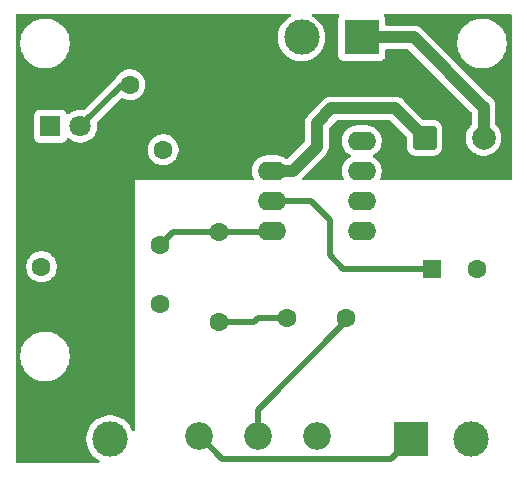
<source format=gbr>
%TF.GenerationSoftware,KiCad,Pcbnew,9.0.4*%
%TF.CreationDate,2025-08-29T10:18:42+02:00*%
%TF.ProjectId,TDA7267,54444137-3236-4372-9e6b-696361645f70,rev?*%
%TF.SameCoordinates,Original*%
%TF.FileFunction,Copper,L2,Bot*%
%TF.FilePolarity,Positive*%
%FSLAX46Y46*%
G04 Gerber Fmt 4.6, Leading zero omitted, Abs format (unit mm)*
G04 Created by KiCad (PCBNEW 9.0.4) date 2025-08-29 10:18:42*
%MOMM*%
%LPD*%
G01*
G04 APERTURE LIST*
G04 Aperture macros list*
%AMRoundRect*
0 Rectangle with rounded corners*
0 $1 Rounding radius*
0 $2 $3 $4 $5 $6 $7 $8 $9 X,Y pos of 4 corners*
0 Add a 4 corners polygon primitive as box body*
4,1,4,$2,$3,$4,$5,$6,$7,$8,$9,$2,$3,0*
0 Add four circle primitives for the rounded corners*
1,1,$1+$1,$2,$3*
1,1,$1+$1,$4,$5*
1,1,$1+$1,$6,$7*
1,1,$1+$1,$8,$9*
0 Add four rect primitives between the rounded corners*
20,1,$1+$1,$2,$3,$4,$5,0*
20,1,$1+$1,$4,$5,$6,$7,0*
20,1,$1+$1,$6,$7,$8,$9,0*
20,1,$1+$1,$8,$9,$2,$3,0*%
G04 Aperture macros list end*
%TA.AperFunction,ComponentPad*%
%ADD10C,1.600000*%
%TD*%
%TA.AperFunction,ComponentPad*%
%ADD11R,3.000000X3.000000*%
%TD*%
%TA.AperFunction,ComponentPad*%
%ADD12C,3.000000*%
%TD*%
%TA.AperFunction,ComponentPad*%
%ADD13R,1.800000X1.800000*%
%TD*%
%TA.AperFunction,ComponentPad*%
%ADD14C,1.800000*%
%TD*%
%TA.AperFunction,ComponentPad*%
%ADD15RoundRect,0.250000X-0.950000X-0.550000X0.950000X-0.550000X0.950000X0.550000X-0.950000X0.550000X0*%
%TD*%
%TA.AperFunction,ComponentPad*%
%ADD16O,2.400000X1.600000*%
%TD*%
%TA.AperFunction,ComponentPad*%
%ADD17RoundRect,0.250000X-0.550000X-0.550000X0.550000X-0.550000X0.550000X0.550000X-0.550000X0.550000X0*%
%TD*%
%TA.AperFunction,ComponentPad*%
%ADD18RoundRect,0.250000X-0.750000X-0.750000X0.750000X-0.750000X0.750000X0.750000X-0.750000X0.750000X0*%
%TD*%
%TA.AperFunction,ComponentPad*%
%ADD19C,2.000000*%
%TD*%
%TA.AperFunction,ComponentPad*%
%ADD20RoundRect,0.250000X0.550000X0.550000X-0.550000X0.550000X-0.550000X-0.550000X0.550000X-0.550000X0*%
%TD*%
%TA.AperFunction,ComponentPad*%
%ADD21C,2.340000*%
%TD*%
%TA.AperFunction,Conductor*%
%ADD22C,1.000000*%
%TD*%
%TA.AperFunction,Conductor*%
%ADD23C,0.500000*%
%TD*%
G04 APERTURE END LIST*
D10*
%TO.P,C3,1*%
%TO.N,GND*%
X141700000Y-103560000D03*
%TO.P,C3,2*%
%TO.N,Net-(U1-In)*%
X141700000Y-98560000D03*
%TD*%
D11*
%TO.P,IN1,1,Pin_1*%
%TO.N,Net-(IN1-Pin_1)*%
X162960000Y-115000000D03*
D12*
%TO.P,IN1,2,Pin_2*%
%TO.N,GND*%
X168040000Y-115000000D03*
%TD*%
D10*
%TO.P,R1,1*%
%TO.N,Net-(C1-Pad2)*%
X146700000Y-105060000D03*
%TO.P,R1,2*%
%TO.N,Net-(U1-In)*%
X146700000Y-97440000D03*
%TD*%
D13*
%TO.P,D1,1,K*%
%TO.N,GND*%
X132460000Y-88500000D03*
D14*
%TO.P,D1,2,A*%
%TO.N,Net-(D1-A)*%
X135000000Y-88500000D03*
%TD*%
D11*
%TO.P,OUT1,1,Pin_1*%
%TO.N,Net-(OUT1-Pin_1)*%
X158800000Y-81000000D03*
D12*
%TO.P,OUT1,2,Pin_2*%
%TO.N,GND*%
X153720000Y-81000000D03*
%TD*%
D10*
%TO.P,C5,1*%
%TO.N,GND*%
X142000000Y-90500000D03*
%TO.P,C5,2*%
%TO.N,Net-(U1-V+)*%
X147000000Y-90500000D03*
%TD*%
%TO.P,C1,1*%
%TO.N,Net-(C1-Pad1)*%
X157500000Y-104750000D03*
%TO.P,C1,2*%
%TO.N,Net-(C1-Pad2)*%
X152500000Y-104750000D03*
%TD*%
D15*
%TO.P,U1,1,V+*%
%TO.N,Net-(U1-V+)*%
X151190000Y-89750000D03*
D16*
%TO.P,U1,2,Out*%
%TO.N,Net-(U1-Out)*%
X151190000Y-92290000D03*
%TO.P,U1,3,SRV*%
%TO.N,Net-(U1-SRV)*%
X151190000Y-94830000D03*
%TO.P,U1,4,In*%
%TO.N,Net-(U1-In)*%
X151190000Y-97370000D03*
%TO.P,U1,5,GND*%
%TO.N,GND*%
X158810000Y-97370000D03*
%TO.P,U1,6,GND*%
X158810000Y-94830000D03*
%TO.P,U1,7,GND*%
X158810000Y-92290000D03*
%TO.P,U1,8,GND*%
X158810000Y-89750000D03*
%TD*%
D10*
%TO.P,R2,1*%
%TO.N,Net-(D1-A)*%
X139190000Y-85000000D03*
%TO.P,R2,2*%
%TO.N,Net-(U1-V+)*%
X146810000Y-85000000D03*
%TD*%
D11*
%TO.P,VCC1,1,Pin_1*%
%TO.N,Net-(U1-V+)*%
X132420000Y-115000000D03*
D12*
%TO.P,VCC1,2,Pin_2*%
%TO.N,GND*%
X137500000Y-115000000D03*
%TD*%
D17*
%TO.P,C2,1*%
%TO.N,Net-(U1-SRV)*%
X164750000Y-100600000D03*
D10*
%TO.P,C2,2*%
%TO.N,GND*%
X168550000Y-100600000D03*
%TD*%
D18*
%TO.P,C6,1*%
%TO.N,Net-(U1-Out)*%
X164132323Y-89500000D03*
D19*
%TO.P,C6,2*%
%TO.N,Net-(OUT1-Pin_1)*%
X169132323Y-89500000D03*
%TD*%
D20*
%TO.P,C4,1*%
%TO.N,Net-(U1-V+)*%
X135500000Y-100400000D03*
D10*
%TO.P,C4,2*%
%TO.N,GND*%
X131700000Y-100400000D03*
%TD*%
D21*
%TO.P,RV1,1,1*%
%TO.N,Net-(IN1-Pin_1)*%
X145000000Y-114750000D03*
%TO.P,RV1,2,2*%
%TO.N,Net-(C1-Pad1)*%
X150000000Y-114750000D03*
%TO.P,RV1,3,3*%
%TO.N,GND*%
X155000000Y-114750000D03*
%TD*%
D22*
%TO.N,Net-(OUT1-Pin_1)*%
X163224562Y-81000000D02*
X158800000Y-81000000D01*
D23*
%TO.N,Net-(C1-Pad2)*%
X150000000Y-104750000D02*
X152500000Y-104750000D01*
X149690000Y-105060000D02*
X150000000Y-104750000D01*
X146700000Y-105060000D02*
X149690000Y-105060000D01*
%TO.N,Net-(C1-Pad1)*%
X157500000Y-105000000D02*
X150000000Y-112500000D01*
X150000000Y-112500000D02*
X150000000Y-114750000D01*
X157500000Y-104750000D02*
X157500000Y-105000000D01*
%TO.N,Net-(U1-SRV)*%
X154480000Y-94830000D02*
X156100000Y-96450000D01*
X157250000Y-100600000D02*
X156100000Y-99450000D01*
X164750000Y-100600000D02*
X157250000Y-100600000D01*
X156100000Y-96450000D02*
X156100000Y-99450000D01*
X151190000Y-94830000D02*
X154480000Y-94830000D01*
%TO.N,Net-(U1-In)*%
X143100000Y-97450000D02*
X143110000Y-97440000D01*
X142820000Y-97440000D02*
X141700000Y-98560000D01*
X143110000Y-97440000D02*
X142820000Y-97440000D01*
X143110000Y-97440000D02*
X146500000Y-97440000D01*
X146500000Y-97440000D02*
X151120000Y-97440000D01*
X151120000Y-97440000D02*
X151190000Y-97370000D01*
D22*
%TO.N,Net-(U1-Out)*%
X152960000Y-92290000D02*
X155000000Y-90250000D01*
X151190000Y-92290000D02*
X152960000Y-92290000D01*
X155000000Y-88250000D02*
X156250000Y-87000000D01*
X155000000Y-90250000D02*
X155000000Y-88250000D01*
X161632323Y-87000000D02*
X164132323Y-89500000D01*
X156250000Y-87000000D02*
X161632323Y-87000000D01*
%TO.N,Net-(OUT1-Pin_1)*%
X169132323Y-86860773D02*
X169085335Y-86860773D01*
X169085335Y-86860773D02*
X163224562Y-81000000D01*
X169132323Y-89500000D02*
X169132323Y-86860773D01*
D23*
%TO.N,Net-(D1-A)*%
X135000000Y-88500000D02*
X138500000Y-85000000D01*
X138500000Y-85000000D02*
X139190000Y-85000000D01*
%TO.N,Net-(IN1-Pin_1)*%
X161289000Y-116671000D02*
X147021000Y-116671000D01*
X162960000Y-115000000D02*
X161289000Y-116671000D01*
X147021000Y-116671000D02*
X145000000Y-114650000D01*
%TD*%
%TA.AperFunction,Conductor*%
%TO.N,Net-(U1-V+)*%
G36*
X152786501Y-79020185D02*
G01*
X152832256Y-79072989D01*
X152842200Y-79142147D01*
X152813175Y-79205703D01*
X152781462Y-79231887D01*
X152606196Y-79333075D01*
X152398148Y-79492718D01*
X152212718Y-79678148D01*
X152053075Y-79886196D01*
X151921958Y-80113299D01*
X151921953Y-80113309D01*
X151821605Y-80355571D01*
X151821602Y-80355581D01*
X151764423Y-80568979D01*
X151753730Y-80608885D01*
X151719500Y-80868872D01*
X151719500Y-81131127D01*
X151746123Y-81333339D01*
X151753730Y-81391116D01*
X151821602Y-81644418D01*
X151821605Y-81644428D01*
X151921953Y-81886690D01*
X151921958Y-81886700D01*
X152053075Y-82113803D01*
X152212718Y-82321851D01*
X152212726Y-82321860D01*
X152398140Y-82507274D01*
X152398148Y-82507281D01*
X152606196Y-82666924D01*
X152833299Y-82798041D01*
X152833309Y-82798046D01*
X153050299Y-82887926D01*
X153075581Y-82898398D01*
X153328884Y-82966270D01*
X153577188Y-82998960D01*
X153588864Y-83000498D01*
X153588880Y-83000500D01*
X153588887Y-83000500D01*
X153851113Y-83000500D01*
X153851120Y-83000500D01*
X154111116Y-82966270D01*
X154364419Y-82898398D01*
X154606697Y-82798043D01*
X154833803Y-82666924D01*
X155041851Y-82507282D01*
X155041855Y-82507277D01*
X155041860Y-82507274D01*
X155227274Y-82321860D01*
X155227277Y-82321855D01*
X155227282Y-82321851D01*
X155386924Y-82113803D01*
X155518043Y-81886697D01*
X155618398Y-81644419D01*
X155686270Y-81391116D01*
X155720500Y-81131120D01*
X155720500Y-80868880D01*
X155686270Y-80608884D01*
X155618398Y-80355581D01*
X155608016Y-80330516D01*
X155518046Y-80113309D01*
X155518041Y-80113299D01*
X155386924Y-79886196D01*
X155227281Y-79678148D01*
X155227274Y-79678140D01*
X155041860Y-79492726D01*
X155041851Y-79492718D01*
X154833803Y-79333075D01*
X154658538Y-79231887D01*
X154610323Y-79181320D01*
X154597099Y-79112713D01*
X154623067Y-79047849D01*
X154679981Y-79007320D01*
X154720538Y-79000500D01*
X156800999Y-79000500D01*
X156868038Y-79020185D01*
X156913793Y-79072989D01*
X156923737Y-79142147D01*
X156900265Y-79198810D01*
X156895106Y-79205703D01*
X156856204Y-79257668D01*
X156856202Y-79257671D01*
X156805908Y-79392517D01*
X156801294Y-79435438D01*
X156799501Y-79452123D01*
X156799500Y-79452135D01*
X156799500Y-82547870D01*
X156799501Y-82547876D01*
X156805908Y-82607483D01*
X156856202Y-82742328D01*
X156856206Y-82742335D01*
X156942452Y-82857544D01*
X156942455Y-82857547D01*
X157057664Y-82943793D01*
X157057671Y-82943797D01*
X157192517Y-82994091D01*
X157192516Y-82994091D01*
X157199444Y-82994835D01*
X157252127Y-83000500D01*
X160347872Y-83000499D01*
X160407483Y-82994091D01*
X160542331Y-82943796D01*
X160657546Y-82857546D01*
X160743796Y-82742331D01*
X160794091Y-82607483D01*
X160800500Y-82547873D01*
X160800500Y-82124500D01*
X160820185Y-82057461D01*
X160872989Y-82011706D01*
X160924500Y-82000500D01*
X162758780Y-82000500D01*
X162825819Y-82020185D01*
X162846461Y-82036819D01*
X168095504Y-87285862D01*
X168128989Y-87347185D01*
X168131823Y-87373543D01*
X168131823Y-88327111D01*
X168112138Y-88394150D01*
X168095504Y-88414792D01*
X167987808Y-88522487D01*
X167987808Y-88522488D01*
X167987806Y-88522490D01*
X167971611Y-88544781D01*
X167848980Y-88713566D01*
X167741756Y-88924003D01*
X167668769Y-89148631D01*
X167631823Y-89381902D01*
X167631823Y-89618097D01*
X167668769Y-89851368D01*
X167741756Y-90075996D01*
X167848980Y-90286433D01*
X167987806Y-90477510D01*
X168154813Y-90644517D01*
X168345890Y-90783343D01*
X168387480Y-90804534D01*
X168556326Y-90890566D01*
X168556328Y-90890566D01*
X168556331Y-90890568D01*
X168614644Y-90909515D01*
X168780954Y-90963553D01*
X169014226Y-91000500D01*
X169014231Y-91000500D01*
X169250420Y-91000500D01*
X169483691Y-90963553D01*
X169529850Y-90948555D01*
X169708315Y-90890568D01*
X169918756Y-90783343D01*
X170109833Y-90644517D01*
X170276840Y-90477510D01*
X170415666Y-90286433D01*
X170522891Y-90075992D01*
X170595876Y-89851368D01*
X170610736Y-89757544D01*
X170632823Y-89618097D01*
X170632823Y-89381902D01*
X170595876Y-89148631D01*
X170522889Y-88924003D01*
X170438320Y-88758028D01*
X170415666Y-88713567D01*
X170276840Y-88522490D01*
X170169142Y-88414792D01*
X170135657Y-88353469D01*
X170132823Y-88327111D01*
X170132823Y-86762229D01*
X170094375Y-86568943D01*
X170094374Y-86568942D01*
X170094374Y-86568938D01*
X170094372Y-86568933D01*
X170018958Y-86386865D01*
X170018951Y-86386852D01*
X169909462Y-86222991D01*
X169909459Y-86222987D01*
X169770108Y-86083636D01*
X169770104Y-86083633D01*
X169638651Y-85995799D01*
X169619861Y-85980378D01*
X167371005Y-83731522D01*
X165001814Y-81362332D01*
X166899500Y-81362332D01*
X166899500Y-81637667D01*
X166899501Y-81637684D01*
X166935438Y-81910655D01*
X166935439Y-81910660D01*
X166935440Y-81910666D01*
X166964785Y-82020185D01*
X167006704Y-82176630D01*
X167112075Y-82431017D01*
X167112080Y-82431028D01*
X167179543Y-82547876D01*
X167249751Y-82669479D01*
X167249753Y-82669482D01*
X167249754Y-82669483D01*
X167417370Y-82887926D01*
X167417376Y-82887933D01*
X167612066Y-83082623D01*
X167612072Y-83082628D01*
X167830521Y-83250249D01*
X167983778Y-83338732D01*
X168068971Y-83387919D01*
X168068976Y-83387921D01*
X168068979Y-83387923D01*
X168323368Y-83493295D01*
X168589334Y-83564560D01*
X168862326Y-83600500D01*
X168862333Y-83600500D01*
X169137667Y-83600500D01*
X169137674Y-83600500D01*
X169410666Y-83564560D01*
X169676632Y-83493295D01*
X169931021Y-83387923D01*
X170169479Y-83250249D01*
X170387928Y-83082628D01*
X170582628Y-82887928D01*
X170750249Y-82669479D01*
X170887923Y-82431021D01*
X170993295Y-82176632D01*
X171064560Y-81910666D01*
X171100500Y-81637674D01*
X171100500Y-81362326D01*
X171064560Y-81089334D01*
X170993295Y-80823368D01*
X170887923Y-80568979D01*
X170887921Y-80568976D01*
X170887919Y-80568971D01*
X170838732Y-80483778D01*
X170750249Y-80330521D01*
X170583625Y-80113371D01*
X170582629Y-80112073D01*
X170582623Y-80112066D01*
X170387933Y-79917376D01*
X170387926Y-79917370D01*
X170169483Y-79749754D01*
X170169482Y-79749753D01*
X170169479Y-79749751D01*
X170045461Y-79678149D01*
X169931028Y-79612080D01*
X169931017Y-79612075D01*
X169676630Y-79506704D01*
X169543649Y-79471072D01*
X169410666Y-79435440D01*
X169410660Y-79435439D01*
X169410655Y-79435438D01*
X169137684Y-79399501D01*
X169137679Y-79399500D01*
X169137674Y-79399500D01*
X168862326Y-79399500D01*
X168862320Y-79399500D01*
X168862315Y-79399501D01*
X168589344Y-79435438D01*
X168589337Y-79435439D01*
X168589334Y-79435440D01*
X168533125Y-79450500D01*
X168323369Y-79506704D01*
X168068982Y-79612075D01*
X168068971Y-79612080D01*
X167830516Y-79749754D01*
X167612073Y-79917370D01*
X167612066Y-79917376D01*
X167417376Y-80112066D01*
X167417370Y-80112073D01*
X167249754Y-80330516D01*
X167112080Y-80568971D01*
X167112075Y-80568982D01*
X167006704Y-80823369D01*
X166935441Y-81089331D01*
X166935438Y-81089344D01*
X166899501Y-81362315D01*
X166899500Y-81362332D01*
X165001814Y-81362332D01*
X164008770Y-80369288D01*
X164008768Y-80369285D01*
X164008768Y-80369286D01*
X164001701Y-80362219D01*
X164001701Y-80362218D01*
X163862344Y-80222861D01*
X163862343Y-80222860D01*
X163862342Y-80222859D01*
X163698482Y-80113371D01*
X163698473Y-80113366D01*
X163625877Y-80083296D01*
X163569727Y-80060038D01*
X163516398Y-80037949D01*
X163516394Y-80037948D01*
X163516390Y-80037946D01*
X163419750Y-80018724D01*
X163323106Y-79999500D01*
X163323103Y-79999500D01*
X160924499Y-79999500D01*
X160857460Y-79979815D01*
X160811705Y-79927011D01*
X160800499Y-79875500D01*
X160800499Y-79452129D01*
X160800498Y-79452123D01*
X160800497Y-79452116D01*
X160794091Y-79392517D01*
X160743796Y-79257669D01*
X160699734Y-79198810D01*
X160675317Y-79133348D01*
X160690168Y-79065075D01*
X160739573Y-79015669D01*
X160799001Y-79000500D01*
X171375500Y-79000500D01*
X171442539Y-79020185D01*
X171488294Y-79072989D01*
X171499500Y-79124500D01*
X171499500Y-92976000D01*
X171479815Y-93043039D01*
X171427011Y-93088794D01*
X171375500Y-93100000D01*
X160459219Y-93100000D01*
X160392180Y-93080315D01*
X160346425Y-93027511D01*
X160336481Y-92958353D01*
X160348734Y-92919705D01*
X160415218Y-92789223D01*
X160415218Y-92789222D01*
X160415220Y-92789219D01*
X160478477Y-92594534D01*
X160510500Y-92392352D01*
X160510500Y-92187648D01*
X160478477Y-91985466D01*
X160415220Y-91790781D01*
X160415218Y-91790778D01*
X160415218Y-91790776D01*
X160371623Y-91705218D01*
X160322287Y-91608390D01*
X160314556Y-91597749D01*
X160201971Y-91442786D01*
X160057213Y-91298028D01*
X159891614Y-91177715D01*
X159885006Y-91174348D01*
X159798917Y-91130483D01*
X159748123Y-91082511D01*
X159731328Y-91014690D01*
X159753865Y-90948555D01*
X159798917Y-90909516D01*
X159891610Y-90862287D01*
X159971101Y-90804534D01*
X160057213Y-90741971D01*
X160057215Y-90741968D01*
X160057219Y-90741966D01*
X160201966Y-90597219D01*
X160201968Y-90597215D01*
X160201971Y-90597213D01*
X160254732Y-90524590D01*
X160322287Y-90431610D01*
X160415220Y-90249219D01*
X160478477Y-90054534D01*
X160510500Y-89852352D01*
X160510500Y-89647648D01*
X160488142Y-89506486D01*
X160478477Y-89445465D01*
X160415218Y-89250776D01*
X160363172Y-89148631D01*
X160322287Y-89068390D01*
X160299919Y-89037603D01*
X160201971Y-88902786D01*
X160057213Y-88758028D01*
X159891613Y-88637715D01*
X159891612Y-88637714D01*
X159891610Y-88637713D01*
X159812099Y-88597200D01*
X159709223Y-88544781D01*
X159514534Y-88481522D01*
X159339995Y-88453878D01*
X159312352Y-88449500D01*
X158307648Y-88449500D01*
X158283329Y-88453351D01*
X158105465Y-88481522D01*
X157910776Y-88544781D01*
X157728386Y-88637715D01*
X157562786Y-88758028D01*
X157418028Y-88902786D01*
X157297715Y-89068386D01*
X157204781Y-89250776D01*
X157141522Y-89445465D01*
X157109500Y-89647648D01*
X157109500Y-89852351D01*
X157141522Y-90054534D01*
X157204781Y-90249223D01*
X157268691Y-90374653D01*
X157280408Y-90397648D01*
X157297715Y-90431613D01*
X157418028Y-90597213D01*
X157562786Y-90741971D01*
X157701444Y-90842710D01*
X157728390Y-90862287D01*
X157778431Y-90887784D01*
X157821080Y-90909515D01*
X157871876Y-90957490D01*
X157888671Y-91025311D01*
X157866134Y-91091446D01*
X157821080Y-91130485D01*
X157728386Y-91177715D01*
X157562786Y-91298028D01*
X157418028Y-91442786D01*
X157297715Y-91608386D01*
X157204781Y-91790776D01*
X157141522Y-91985465D01*
X157109500Y-92187648D01*
X157109500Y-92392351D01*
X157141522Y-92594534D01*
X157204781Y-92789223D01*
X157271266Y-92919705D01*
X157284162Y-92988374D01*
X157257886Y-93053115D01*
X157200779Y-93093372D01*
X157160781Y-93100000D01*
X153864281Y-93100000D01*
X153797242Y-93080315D01*
X153751487Y-93027511D01*
X153741543Y-92958353D01*
X153770568Y-92894797D01*
X153776600Y-92888319D01*
X154272568Y-92392352D01*
X155777140Y-90887781D01*
X155886632Y-90723914D01*
X155962052Y-90541835D01*
X156000500Y-90348540D01*
X156000500Y-90151459D01*
X156000500Y-88715782D01*
X156020185Y-88648743D01*
X156036819Y-88628101D01*
X156628101Y-88036819D01*
X156689424Y-88003334D01*
X156715782Y-88000500D01*
X161166541Y-88000500D01*
X161233580Y-88020185D01*
X161254222Y-88036819D01*
X162595504Y-89378101D01*
X162628989Y-89439424D01*
X162631823Y-89465782D01*
X162631823Y-90300001D01*
X162631824Y-90300019D01*
X162642323Y-90402796D01*
X162642324Y-90402799D01*
X162697508Y-90569331D01*
X162697510Y-90569336D01*
X162732392Y-90625888D01*
X162789611Y-90718656D01*
X162913667Y-90842712D01*
X163062989Y-90934814D01*
X163229526Y-90989999D01*
X163332314Y-91000500D01*
X164932331Y-91000499D01*
X164944862Y-90999219D01*
X164950218Y-90998671D01*
X165035120Y-90989999D01*
X165201657Y-90934814D01*
X165350979Y-90842712D01*
X165475035Y-90718656D01*
X165567137Y-90569334D01*
X165622322Y-90402797D01*
X165632823Y-90300009D01*
X165632822Y-88699992D01*
X165622322Y-88597203D01*
X165567137Y-88430666D01*
X165475035Y-88281344D01*
X165350979Y-88157288D01*
X165201657Y-88065186D01*
X165035120Y-88010001D01*
X165035118Y-88010000D01*
X164932339Y-87999500D01*
X164932332Y-87999500D01*
X164098105Y-87999500D01*
X164031066Y-87979815D01*
X164010424Y-87963181D01*
X162413802Y-86366559D01*
X162413782Y-86366537D01*
X162270108Y-86222863D01*
X162270104Y-86222860D01*
X162106243Y-86113371D01*
X162106234Y-86113366D01*
X162033638Y-86083296D01*
X161977488Y-86060038D01*
X161924159Y-86037949D01*
X161924155Y-86037948D01*
X161924151Y-86037946D01*
X161827511Y-86018724D01*
X161730867Y-85999500D01*
X161730864Y-85999500D01*
X156151459Y-85999500D01*
X156151455Y-85999500D01*
X156054812Y-86018724D01*
X155958167Y-86037947D01*
X155958161Y-86037949D01*
X155904834Y-86060037D01*
X155904834Y-86060038D01*
X155859315Y-86078892D01*
X155776089Y-86113366D01*
X155776079Y-86113371D01*
X155612219Y-86222859D01*
X155566602Y-86268477D01*
X155472861Y-86362218D01*
X155472858Y-86362221D01*
X154362221Y-87472858D01*
X154362218Y-87472861D01*
X154324651Y-87510428D01*
X154222859Y-87612219D01*
X154113371Y-87776079D01*
X154113364Y-87776092D01*
X154037950Y-87958160D01*
X154037947Y-87958170D01*
X153999500Y-88151456D01*
X153999500Y-89784217D01*
X153979815Y-89851256D01*
X153963181Y-89871898D01*
X152581899Y-91253181D01*
X152554971Y-91267884D01*
X152529153Y-91284477D01*
X152522952Y-91285368D01*
X152520576Y-91286666D01*
X152494218Y-91289500D01*
X152465762Y-91289500D01*
X152398723Y-91269815D01*
X152392877Y-91265818D01*
X152271613Y-91177715D01*
X152271612Y-91177714D01*
X152271610Y-91177713D01*
X152214653Y-91148691D01*
X152089223Y-91084781D01*
X151894534Y-91021522D01*
X151719995Y-90993878D01*
X151692352Y-90989500D01*
X150687648Y-90989500D01*
X150663329Y-90993351D01*
X150485465Y-91021522D01*
X150290776Y-91084781D01*
X150108386Y-91177715D01*
X149942786Y-91298028D01*
X149798028Y-91442786D01*
X149677715Y-91608386D01*
X149584781Y-91790776D01*
X149521522Y-91985465D01*
X149489500Y-92187648D01*
X149489500Y-92392351D01*
X149521522Y-92594534D01*
X149584781Y-92789223D01*
X149651266Y-92919705D01*
X149664162Y-92988374D01*
X149637886Y-93053115D01*
X149580779Y-93093372D01*
X149540781Y-93100000D01*
X139600000Y-93100000D01*
X139600000Y-114218900D01*
X139580315Y-114285939D01*
X139527511Y-114331694D01*
X139458353Y-114341638D01*
X139394797Y-114312613D01*
X139361439Y-114266353D01*
X139298046Y-114113309D01*
X139298041Y-114113299D01*
X139166924Y-113886196D01*
X139007281Y-113678148D01*
X139007274Y-113678140D01*
X138821860Y-113492726D01*
X138821851Y-113492718D01*
X138613803Y-113333075D01*
X138386700Y-113201958D01*
X138386690Y-113201953D01*
X138144428Y-113101605D01*
X138144421Y-113101603D01*
X138144419Y-113101602D01*
X137891116Y-113033730D01*
X137833339Y-113026123D01*
X137631127Y-112999500D01*
X137631120Y-112999500D01*
X137368880Y-112999500D01*
X137368872Y-112999500D01*
X137137772Y-113029926D01*
X137108884Y-113033730D01*
X136855581Y-113101602D01*
X136855571Y-113101605D01*
X136613309Y-113201953D01*
X136613299Y-113201958D01*
X136386196Y-113333075D01*
X136178148Y-113492718D01*
X135992718Y-113678148D01*
X135833075Y-113886196D01*
X135701958Y-114113299D01*
X135701953Y-114113309D01*
X135601605Y-114355571D01*
X135601602Y-114355581D01*
X135533730Y-114608885D01*
X135499500Y-114868872D01*
X135499500Y-115131127D01*
X135526123Y-115333339D01*
X135533730Y-115391116D01*
X135601602Y-115644418D01*
X135601605Y-115644428D01*
X135701953Y-115886690D01*
X135701958Y-115886700D01*
X135833075Y-116113803D01*
X135992718Y-116321851D01*
X135992726Y-116321860D01*
X136178140Y-116507274D01*
X136178148Y-116507281D01*
X136386196Y-116666924D01*
X136561462Y-116768113D01*
X136609677Y-116818680D01*
X136622901Y-116887287D01*
X136596933Y-116952151D01*
X136540019Y-116992680D01*
X136499462Y-116999500D01*
X129624500Y-116999500D01*
X129557461Y-116979815D01*
X129511706Y-116927011D01*
X129500500Y-116875500D01*
X129500500Y-107862332D01*
X129899500Y-107862332D01*
X129899500Y-108137667D01*
X129899501Y-108137684D01*
X129935438Y-108410655D01*
X129935439Y-108410660D01*
X129935440Y-108410666D01*
X129935441Y-108410668D01*
X130006704Y-108676630D01*
X130112075Y-108931017D01*
X130112080Y-108931028D01*
X130194861Y-109074407D01*
X130249751Y-109169479D01*
X130249753Y-109169482D01*
X130249754Y-109169483D01*
X130417370Y-109387926D01*
X130417376Y-109387933D01*
X130612066Y-109582623D01*
X130612072Y-109582628D01*
X130830521Y-109750249D01*
X130983778Y-109838732D01*
X131068971Y-109887919D01*
X131068976Y-109887921D01*
X131068979Y-109887923D01*
X131323368Y-109993295D01*
X131589334Y-110064560D01*
X131862326Y-110100500D01*
X131862333Y-110100500D01*
X132137667Y-110100500D01*
X132137674Y-110100500D01*
X132410666Y-110064560D01*
X132676632Y-109993295D01*
X132931021Y-109887923D01*
X133169479Y-109750249D01*
X133387928Y-109582628D01*
X133582628Y-109387928D01*
X133750249Y-109169479D01*
X133887923Y-108931021D01*
X133993295Y-108676632D01*
X134064560Y-108410666D01*
X134100500Y-108137674D01*
X134100500Y-107862326D01*
X134064560Y-107589334D01*
X133993295Y-107323368D01*
X133887923Y-107068979D01*
X133887921Y-107068976D01*
X133887919Y-107068971D01*
X133838732Y-106983778D01*
X133750249Y-106830521D01*
X133582628Y-106612072D01*
X133582623Y-106612066D01*
X133387933Y-106417376D01*
X133387926Y-106417370D01*
X133169483Y-106249754D01*
X133169482Y-106249753D01*
X133169479Y-106249751D01*
X133074407Y-106194861D01*
X132931028Y-106112080D01*
X132931017Y-106112075D01*
X132676630Y-106006704D01*
X132543649Y-105971072D01*
X132410666Y-105935440D01*
X132410660Y-105935439D01*
X132410655Y-105935438D01*
X132137684Y-105899501D01*
X132137679Y-105899500D01*
X132137674Y-105899500D01*
X131862326Y-105899500D01*
X131862320Y-105899500D01*
X131862315Y-105899501D01*
X131589344Y-105935438D01*
X131589337Y-105935439D01*
X131589334Y-105935440D01*
X131533125Y-105950500D01*
X131323369Y-106006704D01*
X131068982Y-106112075D01*
X131068971Y-106112080D01*
X130830516Y-106249754D01*
X130612073Y-106417370D01*
X130612066Y-106417376D01*
X130417376Y-106612066D01*
X130417370Y-106612073D01*
X130249754Y-106830516D01*
X130112080Y-107068971D01*
X130112075Y-107068982D01*
X130006704Y-107323369D01*
X129935441Y-107589331D01*
X129935438Y-107589344D01*
X129899501Y-107862315D01*
X129899500Y-107862332D01*
X129500500Y-107862332D01*
X129500500Y-100297648D01*
X130399500Y-100297648D01*
X130399500Y-100502351D01*
X130431522Y-100704534D01*
X130494781Y-100899223D01*
X130587715Y-101081613D01*
X130708028Y-101247213D01*
X130852786Y-101391971D01*
X131007749Y-101504556D01*
X131018390Y-101512287D01*
X131134607Y-101571503D01*
X131200776Y-101605218D01*
X131200778Y-101605218D01*
X131200781Y-101605220D01*
X131305137Y-101639127D01*
X131395465Y-101668477D01*
X131496557Y-101684488D01*
X131597648Y-101700500D01*
X131597649Y-101700500D01*
X131802351Y-101700500D01*
X131802352Y-101700500D01*
X132004534Y-101668477D01*
X132199219Y-101605220D01*
X132381610Y-101512287D01*
X132474590Y-101444732D01*
X132547213Y-101391971D01*
X132547215Y-101391968D01*
X132547219Y-101391966D01*
X132691966Y-101247219D01*
X132691968Y-101247215D01*
X132691971Y-101247213D01*
X132744732Y-101174590D01*
X132812287Y-101081610D01*
X132905220Y-100899219D01*
X132968477Y-100704534D01*
X133000500Y-100502352D01*
X133000500Y-100297648D01*
X132968477Y-100095466D01*
X132905220Y-99900781D01*
X132905218Y-99900778D01*
X132905218Y-99900776D01*
X132871503Y-99834607D01*
X132812287Y-99718390D01*
X132804556Y-99707749D01*
X132691971Y-99552786D01*
X132547213Y-99408028D01*
X132381613Y-99287715D01*
X132381612Y-99287714D01*
X132381610Y-99287713D01*
X132324653Y-99258691D01*
X132199223Y-99194781D01*
X132004534Y-99131522D01*
X131829995Y-99103878D01*
X131802352Y-99099500D01*
X131597648Y-99099500D01*
X131573329Y-99103351D01*
X131395465Y-99131522D01*
X131200776Y-99194781D01*
X131018386Y-99287715D01*
X130852786Y-99408028D01*
X130708028Y-99552786D01*
X130587715Y-99718386D01*
X130494781Y-99900776D01*
X130431522Y-100095465D01*
X130399500Y-100297648D01*
X129500500Y-100297648D01*
X129500500Y-90397648D01*
X140699500Y-90397648D01*
X140699500Y-90602351D01*
X140731522Y-90804534D01*
X140794781Y-90999223D01*
X140838376Y-91084781D01*
X140885728Y-91177715D01*
X140887715Y-91181613D01*
X141008028Y-91347213D01*
X141152786Y-91491971D01*
X141307749Y-91604556D01*
X141318390Y-91612287D01*
X141434607Y-91671503D01*
X141500776Y-91705218D01*
X141500778Y-91705218D01*
X141500781Y-91705220D01*
X141605137Y-91739127D01*
X141695465Y-91768477D01*
X141796557Y-91784488D01*
X141897648Y-91800500D01*
X141897649Y-91800500D01*
X142102351Y-91800500D01*
X142102352Y-91800500D01*
X142304534Y-91768477D01*
X142499219Y-91705220D01*
X142681610Y-91612287D01*
X142774590Y-91544732D01*
X142847213Y-91491971D01*
X142847215Y-91491968D01*
X142847219Y-91491966D01*
X142991966Y-91347219D01*
X142991968Y-91347215D01*
X142991971Y-91347213D01*
X143060288Y-91253181D01*
X143112287Y-91181610D01*
X143205220Y-90999219D01*
X143268477Y-90804534D01*
X143300500Y-90602352D01*
X143300500Y-90397648D01*
X143282885Y-90286433D01*
X143268477Y-90195465D01*
X143229659Y-90075996D01*
X143205220Y-90000781D01*
X143205218Y-90000778D01*
X143205218Y-90000776D01*
X143154124Y-89900500D01*
X143112287Y-89818390D01*
X143087459Y-89784217D01*
X142991971Y-89652786D01*
X142847213Y-89508028D01*
X142681613Y-89387715D01*
X142681612Y-89387714D01*
X142681610Y-89387713D01*
X142624653Y-89358691D01*
X142499223Y-89294781D01*
X142304534Y-89231522D01*
X142129995Y-89203878D01*
X142102352Y-89199500D01*
X141897648Y-89199500D01*
X141873329Y-89203351D01*
X141695465Y-89231522D01*
X141500776Y-89294781D01*
X141318386Y-89387715D01*
X141152786Y-89508028D01*
X141008028Y-89652786D01*
X140887715Y-89818386D01*
X140794781Y-90000776D01*
X140731522Y-90195465D01*
X140699500Y-90397648D01*
X129500500Y-90397648D01*
X129500500Y-87552135D01*
X131059500Y-87552135D01*
X131059500Y-89447870D01*
X131059501Y-89447876D01*
X131065908Y-89507483D01*
X131116202Y-89642328D01*
X131116206Y-89642335D01*
X131202452Y-89757544D01*
X131202455Y-89757547D01*
X131317664Y-89843793D01*
X131317671Y-89843797D01*
X131452517Y-89894091D01*
X131452516Y-89894091D01*
X131459444Y-89894835D01*
X131512127Y-89900500D01*
X133407872Y-89900499D01*
X133467483Y-89894091D01*
X133602331Y-89843796D01*
X133717546Y-89757546D01*
X133803796Y-89642331D01*
X133831429Y-89568243D01*
X133833601Y-89562420D01*
X133875471Y-89506486D01*
X133940936Y-89482068D01*
X134009209Y-89496919D01*
X134037464Y-89518071D01*
X134087636Y-89568243D01*
X134087641Y-89568247D01*
X134243192Y-89681260D01*
X134265978Y-89697815D01*
X134394375Y-89763237D01*
X134462393Y-89797895D01*
X134462396Y-89797896D01*
X134525472Y-89818390D01*
X134672049Y-89866015D01*
X134889778Y-89900500D01*
X134889779Y-89900500D01*
X135110221Y-89900500D01*
X135110222Y-89900500D01*
X135327951Y-89866015D01*
X135537606Y-89797895D01*
X135734022Y-89697815D01*
X135912365Y-89568242D01*
X136068242Y-89412365D01*
X136197815Y-89234022D01*
X136297895Y-89037606D01*
X136366015Y-88827951D01*
X136400500Y-88610222D01*
X136400500Y-88389778D01*
X136379084Y-88254566D01*
X136388038Y-88185276D01*
X136413873Y-88147493D01*
X138405397Y-86155969D01*
X138466718Y-86122486D01*
X138536410Y-86127470D01*
X138549366Y-86133165D01*
X138594125Y-86155971D01*
X138690774Y-86205217D01*
X138690777Y-86205217D01*
X138690781Y-86205220D01*
X138825245Y-86248910D01*
X138885465Y-86268477D01*
X138986557Y-86284488D01*
X139087648Y-86300500D01*
X139087649Y-86300500D01*
X139292351Y-86300500D01*
X139292352Y-86300500D01*
X139494534Y-86268477D01*
X139689219Y-86205220D01*
X139871610Y-86112287D01*
X139973931Y-86037947D01*
X140037213Y-85991971D01*
X140037215Y-85991968D01*
X140037219Y-85991966D01*
X140181966Y-85847219D01*
X140181968Y-85847215D01*
X140181971Y-85847213D01*
X140234732Y-85774590D01*
X140302287Y-85681610D01*
X140395220Y-85499219D01*
X140458477Y-85304534D01*
X140490500Y-85102352D01*
X140490500Y-84897648D01*
X140458477Y-84695466D01*
X140395220Y-84500781D01*
X140395218Y-84500778D01*
X140395218Y-84500776D01*
X140349531Y-84411112D01*
X140302287Y-84318390D01*
X140294556Y-84307749D01*
X140181971Y-84152786D01*
X140037213Y-84008028D01*
X139871613Y-83887715D01*
X139871612Y-83887714D01*
X139871610Y-83887713D01*
X139814653Y-83858691D01*
X139689223Y-83794781D01*
X139494534Y-83731522D01*
X139319995Y-83703878D01*
X139292352Y-83699500D01*
X139087648Y-83699500D01*
X139063329Y-83703351D01*
X138885465Y-83731522D01*
X138690776Y-83794781D01*
X138508386Y-83887715D01*
X138342786Y-84008028D01*
X138198028Y-84152786D01*
X138077713Y-84318388D01*
X138042445Y-84387605D01*
X138019642Y-84418990D01*
X135352508Y-87086122D01*
X135291185Y-87119607D01*
X135245429Y-87120914D01*
X135110227Y-87099500D01*
X135110222Y-87099500D01*
X134889778Y-87099500D01*
X134817201Y-87110995D01*
X134672047Y-87133985D01*
X134462396Y-87202103D01*
X134462393Y-87202104D01*
X134265974Y-87302187D01*
X134087641Y-87431752D01*
X134087636Y-87431756D01*
X134037463Y-87481929D01*
X133976140Y-87515413D01*
X133906448Y-87510428D01*
X133850515Y-87468557D01*
X133833601Y-87437580D01*
X133803797Y-87357671D01*
X133803793Y-87357664D01*
X133717547Y-87242455D01*
X133717544Y-87242452D01*
X133602335Y-87156206D01*
X133602328Y-87156202D01*
X133467482Y-87105908D01*
X133467483Y-87105908D01*
X133407883Y-87099501D01*
X133407881Y-87099500D01*
X133407873Y-87099500D01*
X133407864Y-87099500D01*
X131512129Y-87099500D01*
X131512123Y-87099501D01*
X131452516Y-87105908D01*
X131317671Y-87156202D01*
X131317664Y-87156206D01*
X131202455Y-87242452D01*
X131202452Y-87242455D01*
X131116206Y-87357664D01*
X131116202Y-87357671D01*
X131065908Y-87492517D01*
X131059501Y-87552116D01*
X131059500Y-87552135D01*
X129500500Y-87552135D01*
X129500500Y-81362332D01*
X129899500Y-81362332D01*
X129899500Y-81637667D01*
X129899501Y-81637684D01*
X129935438Y-81910655D01*
X129935439Y-81910660D01*
X129935440Y-81910666D01*
X129964785Y-82020185D01*
X130006704Y-82176630D01*
X130112075Y-82431017D01*
X130112080Y-82431028D01*
X130179543Y-82547876D01*
X130249751Y-82669479D01*
X130249753Y-82669482D01*
X130249754Y-82669483D01*
X130417370Y-82887926D01*
X130417376Y-82887933D01*
X130612066Y-83082623D01*
X130612072Y-83082628D01*
X130830521Y-83250249D01*
X130983778Y-83338732D01*
X131068971Y-83387919D01*
X131068976Y-83387921D01*
X131068979Y-83387923D01*
X131323368Y-83493295D01*
X131589334Y-83564560D01*
X131862326Y-83600500D01*
X131862333Y-83600500D01*
X132137667Y-83600500D01*
X132137674Y-83600500D01*
X132410666Y-83564560D01*
X132676632Y-83493295D01*
X132931021Y-83387923D01*
X133169479Y-83250249D01*
X133387928Y-83082628D01*
X133582628Y-82887928D01*
X133750249Y-82669479D01*
X133887923Y-82431021D01*
X133993295Y-82176632D01*
X134064560Y-81910666D01*
X134100500Y-81637674D01*
X134100500Y-81362326D01*
X134064560Y-81089334D01*
X133993295Y-80823368D01*
X133887923Y-80568979D01*
X133887921Y-80568976D01*
X133887919Y-80568971D01*
X133838732Y-80483778D01*
X133750249Y-80330521D01*
X133583625Y-80113371D01*
X133582629Y-80112073D01*
X133582623Y-80112066D01*
X133387933Y-79917376D01*
X133387926Y-79917370D01*
X133169483Y-79749754D01*
X133169482Y-79749753D01*
X133169479Y-79749751D01*
X133045461Y-79678149D01*
X132931028Y-79612080D01*
X132931017Y-79612075D01*
X132676630Y-79506704D01*
X132543649Y-79471072D01*
X132410666Y-79435440D01*
X132410660Y-79435439D01*
X132410655Y-79435438D01*
X132137684Y-79399501D01*
X132137679Y-79399500D01*
X132137674Y-79399500D01*
X131862326Y-79399500D01*
X131862320Y-79399500D01*
X131862315Y-79399501D01*
X131589344Y-79435438D01*
X131589337Y-79435439D01*
X131589334Y-79435440D01*
X131533125Y-79450500D01*
X131323369Y-79506704D01*
X131068982Y-79612075D01*
X131068971Y-79612080D01*
X130830516Y-79749754D01*
X130612073Y-79917370D01*
X130612066Y-79917376D01*
X130417376Y-80112066D01*
X130417370Y-80112073D01*
X130249754Y-80330516D01*
X130112080Y-80568971D01*
X130112075Y-80568982D01*
X130006704Y-80823369D01*
X129935441Y-81089331D01*
X129935438Y-81089344D01*
X129899501Y-81362315D01*
X129899500Y-81362332D01*
X129500500Y-81362332D01*
X129500500Y-79124500D01*
X129520185Y-79057461D01*
X129572989Y-79011706D01*
X129624500Y-79000500D01*
X152719462Y-79000500D01*
X152786501Y-79020185D01*
G37*
%TD.AperFunction*%
%TD*%
M02*

</source>
